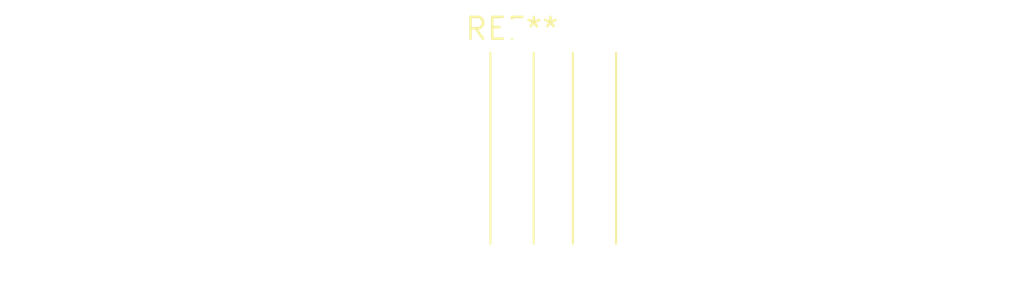
<source format=kicad_pcb>
(kicad_pcb (version 20240108) (generator pcbnew)
  (layers (0 "F.Cu" signal) (31 "B.Cu" signal) (34 "B.Paste" user) (35 "F.Paste" user) (36 "B.SilkS" user "B.Silkscreen") (37 "F.SilkS" user "F.Silkscreen") (38 "B.Mask" user) (39 "F.Mask" user) (44 "Edge.Cuts" user))
  (net 0 "")
  (footprint "SolderWire-0.5sqmm_1x02_P4.8mm_D0.9mm_OD2.3mm_Relief" (layer "F.Cu") (at 0 0)
    (property "Reference" "REF**")
    (property "Value" "SolderWire-0.5sqmm_1x02_P4.8mm_D0.9mm_OD2.3mm_Relief")
    (fp_line (start -1.26 1.41) (end -1.26 12.54) (layer "F.SilkS") (stroke (width 0.12)))
    (fp_line (start 1.26 1.41) (end 1.26 12.54) (layer "F.SilkS") (stroke (width 0.12)))
    (fp_line (start 3.54 1.41) (end 3.54 12.54) (layer "F.SilkS") (stroke (width 0.12)))
    (fp_line (start 6.06 1.41) (end 6.06 12.54) (layer "F.SilkS") (stroke (width 0.12)))
    (pad "" np_thru_hole circle (at 0 13.8) (size 2.8 2.8) (drill 2.8) (layers *.Cu *.Mask))
    (pad "" np_thru_hole circle (at 4.8 13.8) (size 2.8 2.8) (drill 2.8) (layers *.Cu *.Mask))
    (pad "1" thru_hole roundrect (at 0 0) (size 2.3 2.3) (drill 1.1) (layers *.Cu *.Mask) (remove_unused_layers) (roundrect_rratio 0.108696))
    (pad "2" thru_hole circle (at 4.8 0) (size 2.3 2.3) (drill 1.1) (layers *.Cu *.Mask) (remove_unused_layers))
  )
)
</source>
